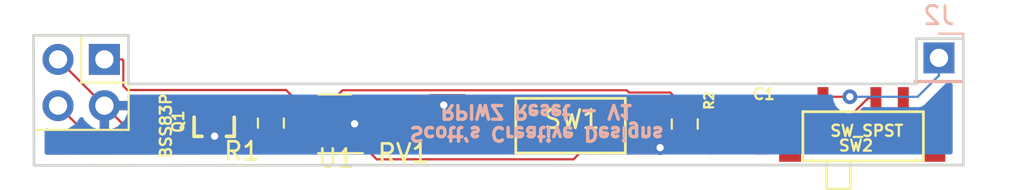
<source format=kicad_pcb>
(kicad_pcb (version 20171130) (host pcbnew "(5.0.1)-rc2")

  (general
    (thickness 1.6)
    (drawings 11)
    (tracks 82)
    (zones 0)
    (modules 10)
    (nets 8)
  )

  (page A4)
  (layers
    (0 F.Cu signal)
    (31 B.Cu signal)
    (32 B.Adhes user)
    (33 F.Adhes user)
    (34 B.Paste user)
    (35 F.Paste user)
    (36 B.SilkS user)
    (37 F.SilkS user)
    (38 B.Mask user)
    (39 F.Mask user)
    (40 Dwgs.User user)
    (41 Cmts.User user)
    (42 Eco1.User user)
    (43 Eco2.User user)
    (44 Edge.Cuts user)
    (45 Margin user)
    (46 B.CrtYd user)
    (47 F.CrtYd user)
    (48 B.Fab user)
    (49 F.Fab user)
  )

  (setup
    (last_trace_width 0.12)
    (trace_clearance 0.15)
    (zone_clearance 0.508)
    (zone_45_only no)
    (trace_min 0.1)
    (segment_width 0.2)
    (edge_width 0.15)
    (via_size 0.8)
    (via_drill 0.4)
    (via_min_size 0.4)
    (via_min_drill 0.3)
    (uvia_size 0.3)
    (uvia_drill 0.1)
    (uvias_allowed no)
    (uvia_min_size 0.2)
    (uvia_min_drill 0.1)
    (pcb_text_width 0.3)
    (pcb_text_size 1.5 1.5)
    (mod_edge_width 0.15)
    (mod_text_size 1 1)
    (mod_text_width 0.15)
    (pad_size 1.524 1.524)
    (pad_drill 0.762)
    (pad_to_mask_clearance 0.051)
    (solder_mask_min_width 0.25)
    (aux_axis_origin 0 0)
    (visible_elements 7FFFFFFF)
    (pcbplotparams
      (layerselection 0x010fc_ffffffff)
      (usegerberextensions false)
      (usegerberattributes false)
      (usegerberadvancedattributes false)
      (creategerberjobfile false)
      (excludeedgelayer true)
      (linewidth 0.100000)
      (plotframeref false)
      (viasonmask false)
      (mode 1)
      (useauxorigin false)
      (hpglpennumber 1)
      (hpglpenspeed 20)
      (hpglpendiameter 15.000000)
      (psnegative false)
      (psa4output false)
      (plotreference true)
      (plotvalue true)
      (plotinvisibletext false)
      (padsonsilk false)
      (subtractmaskfromsilk false)
      (outputformat 1)
      (mirror false)
      (drillshape 0)
      (scaleselection 1)
      (outputdirectory "Gerber/"))
  )

  (net 0 "")
  (net 1 GND)
  (net 2 +5V)
  (net 3 /GPIO26)
  (net 4 /RUN)
  (net 5 "Net-(RV1-Pad1)")
  (net 6 "Net-(J2-Pad1)")
  (net 7 "Net-(Q1-Pad1)")

  (net_class Default "This is the default net class."
    (clearance 0.15)
    (trace_width 0.12)
    (via_dia 0.8)
    (via_drill 0.4)
    (uvia_dia 0.3)
    (uvia_drill 0.1)
    (add_net +5V)
    (add_net /GPIO26)
    (add_net /RUN)
    (add_net GND)
    (add_net "Net-(J2-Pad1)")
    (add_net "Net-(Q1-Pad1)")
    (add_net "Net-(RV1-Pad1)")
  )

  (module CustomFP:Bourns_TC33X-2 (layer F.Cu) (tedit 5C1B6C66) (tstamp 5BF50EE8)
    (at 240.13668 41.99636 90)
    (path /5BF4D368)
    (fp_text reference RV1 (at -1.651 0.1905 -180) (layer F.SilkS)
      (effects (font (size 1 1) (thickness 0.15)))
    )
    (fp_text value R_POT (at 0 -4.8 90) (layer F.Fab)
      (effects (font (size 1 1) (thickness 0.15)))
    )
    (pad 1 smd rect (at 0 -0.1 90) (size 1.6 2.2) (layers F.Cu F.Paste F.Mask)
      (net 5 "Net-(RV1-Pad1)"))
    (pad 2 smd rect (at 1 2.6 90) (size 1.2 2) (layers F.Cu F.Paste F.Mask)
      (net 1 GND))
    (pad 3 smd rect (at -1 2.6 90) (size 1.2 2) (layers F.Cu F.Paste F.Mask))
  )

  (module CustomFP:SOT323 (layer F.Cu) (tedit 5C1B6BEE) (tstamp 5C1127A5)
    (at 229.96398 42.01668 180)
    (path /5BF5049E)
    (attr smd)
    (fp_text reference Q1 (at 1.9685 0.10922 270) (layer F.SilkS)
      (effects (font (size 0.6096 0.6096) (thickness 0.127)))
    )
    (fp_text value BSS83P (at 2.64414 -0.12446 270) (layer F.SilkS)
      (effects (font (size 0.6096 0.6096) (thickness 0.127)))
    )
    (fp_line (start 1.09982 -0.6985) (end 1.09982 0.35306) (layer F.SilkS) (width 0.2032))
    (fp_line (start 0.67056 -0.6985) (end 1.09982 -0.6985) (layer F.SilkS) (width 0.2032))
    (fp_line (start -1.09982 -0.6985) (end -1.09982 0.35306) (layer F.SilkS) (width 0.2032))
    (fp_line (start -0.67056 -0.6985) (end -1.09982 -0.6985) (layer F.SilkS) (width 0.2032))
    (fp_line (start -1.12014 -0.6604) (end 1.12014 -0.6604) (layer Dwgs.User) (width 0.1524))
    (fp_line (start -1.12014 0.6604) (end -1.12014 -0.6604) (layer Dwgs.User) (width 0.1524))
    (fp_line (start 1.12014 0.6604) (end -1.12014 0.6604) (layer Dwgs.User) (width 0.1524))
    (fp_line (start 1.12014 -0.6604) (end 1.12014 0.6604) (layer Dwgs.User) (width 0.1524))
    (pad 3 smd rect (at 0 -0.92456 180) (size 0.6985 1) (layers F.Cu F.Paste F.Mask)
      (net 1 GND) (solder_mask_margin 0.1016))
    (pad 2 smd rect (at 0.6477 0.92456 180) (size 0.6985 1) (layers F.Cu F.Paste F.Mask)
      (net 4 /RUN) (solder_mask_margin 0.1016))
    (pad 1 smd rect (at -0.6477 0.92456 180) (size 0.6985 1) (layers F.Cu F.Paste F.Mask)
      (net 7 "Net-(Q1-Pad1)") (solder_mask_margin 0.1016))
  )

  (module EbayParts:Tact_SMD_Switch (layer F.Cu) (tedit 5C1B3FE6) (tstamp 5C1127F2)
    (at 246.48212 43.62844)
    (path /5BF4F7ED)
    (fp_text reference SW1 (at 3.0734 -1.84404) (layer F.SilkS)
      (effects (font (size 1 1) (thickness 0.15)))
    )
    (fp_text value SW_Push (at 3 -5) (layer F.Fab)
      (effects (font (size 1 1) (thickness 0.15)))
    )
    (fp_line (start 0 -3) (end 0 0) (layer F.SilkS) (width 0.15))
    (fp_line (start 6 -3) (end 0 -3) (layer F.SilkS) (width 0.15))
    (fp_line (start 6 0) (end 6 -3) (layer F.SilkS) (width 0.15))
    (fp_line (start 0 0) (end 6 0) (layer F.SilkS) (width 0.15))
    (pad 1 smd rect (at -0.7 -1.5) (size 1.5 1.5) (layers F.Cu F.Paste F.Mask)
      (net 5 "Net-(RV1-Pad1)"))
    (pad 2 smd rect (at 6.7 -1.5) (size 1.5 1.5) (layers F.Cu F.Paste F.Mask)
      (net 2 +5V))
  )

  (module Connector_PinHeader_2.54mm:PinHeader_2x02_P2.54mm_Vertical (layer F.Cu) (tedit 5BF4E187) (tstamp 5C11F43C)
    (at 223.9518 38.49116 270)
    (descr "Through hole straight pin header, 2x02, 2.54mm pitch, double rows")
    (tags "Through hole pin header THT 2x02 2.54mm double row")
    (path /5BF58F0D)
    (fp_text reference J1 (at 1.27 -2.33 270) (layer F.SilkS) hide
      (effects (font (size 1 1) (thickness 0.15)))
    )
    (fp_text value RPI_Conn (at 1.27 4.87 270) (layer F.Fab)
      (effects (font (size 1 1) (thickness 0.15)))
    )
    (fp_line (start 0 -1.27) (end 3.81 -1.27) (layer F.Fab) (width 0.1))
    (fp_line (start 3.81 -1.27) (end 3.81 3.81) (layer F.Fab) (width 0.1))
    (fp_line (start 3.81 3.81) (end -1.27 3.81) (layer F.Fab) (width 0.1))
    (fp_line (start -1.27 3.81) (end -1.27 0) (layer F.Fab) (width 0.1))
    (fp_line (start -1.27 0) (end 0 -1.27) (layer F.Fab) (width 0.1))
    (fp_line (start -1.33 3.87) (end 3.87 3.87) (layer F.SilkS) (width 0.12))
    (fp_line (start -1.33 1.27) (end -1.33 3.87) (layer F.SilkS) (width 0.12))
    (fp_line (start 3.87 -1.33) (end 3.87 3.87) (layer F.SilkS) (width 0.12))
    (fp_line (start -1.33 1.27) (end 1.27 1.27) (layer F.SilkS) (width 0.12))
    (fp_line (start 1.27 1.27) (end 1.27 -1.33) (layer F.SilkS) (width 0.12))
    (fp_line (start 1.27 -1.33) (end 3.87 -1.33) (layer F.SilkS) (width 0.12))
    (fp_line (start -1.33 0) (end -1.33 -1.33) (layer F.SilkS) (width 0.12))
    (fp_line (start -1.33 -1.33) (end 0 -1.33) (layer F.SilkS) (width 0.12))
    (fp_line (start -1.8 -1.8) (end -1.8 4.35) (layer F.CrtYd) (width 0.05))
    (fp_line (start -1.8 4.35) (end 4.35 4.35) (layer F.CrtYd) (width 0.05))
    (fp_line (start 4.35 4.35) (end 4.35 -1.8) (layer F.CrtYd) (width 0.05))
    (fp_line (start 4.35 -1.8) (end -1.8 -1.8) (layer F.CrtYd) (width 0.05))
    (fp_text user %R (at 1.27 1.27) (layer F.Fab)
      (effects (font (size 1 1) (thickness 0.15)))
    )
    (pad 1 thru_hole rect (at 0 0 270) (size 1.7 1.7) (drill 1) (layers *.Cu *.Mask)
      (net 3 /GPIO26))
    (pad 2 thru_hole oval (at 2.54 0 270) (size 1.7 1.7) (drill 1) (layers *.Cu *.Mask)
      (net 1 GND))
    (pad 3 thru_hole oval (at 0 2.54 270) (size 1.7 1.7) (drill 1) (layers *.Cu *.Mask)
      (net 1 GND))
    (pad 4 thru_hole oval (at 2.54 2.54 270) (size 1.7 1.7) (drill 1) (layers *.Cu *.Mask)
      (net 4 /RUN))
    (model ${KISYS3DMOD}/Connector_PinHeader_2.54mm.3dshapes/PinHeader_2x02_P2.54mm_Vertical.wrl
      (at (xyz 0 0 0))
      (scale (xyz 1 1 1))
      (rotate (xyz 0 0 0))
    )
  )

  (module Capacitors:0805 (layer F.Cu) (tedit 5BF4E046) (tstamp 5C3941A3)
    (at 258.43992 42.10304 90)
    (descr "GENERIC 2012 (0805) PACKAGE")
    (tags "GENERIC 2012 (0805) PACKAGE")
    (path /5BF4DE0C)
    (attr smd)
    (fp_text reference C1 (at 1.70688 1.63068 180) (layer F.SilkS)
      (effects (font (size 0.6096 0.6096) (thickness 0.127)))
    )
    (fp_text value C_Small (at 0 1.27 90) (layer F.SilkS) hide
      (effects (font (size 0.6096 0.6096) (thickness 0.127)))
    )
    (fp_line (start -1.4986 0.79756) (end -1.4986 -0.79756) (layer F.CrtYd) (width 0.0508))
    (fp_line (start 1.4986 0.79756) (end -1.4986 0.79756) (layer F.CrtYd) (width 0.0508))
    (fp_line (start 1.4986 -0.79756) (end 1.4986 0.79756) (layer F.CrtYd) (width 0.0508))
    (fp_line (start -1.4986 -0.79756) (end 1.4986 -0.79756) (layer F.CrtYd) (width 0.0508))
    (pad 2 smd rect (at 0.89916 0 90) (size 0.79756 1.19888) (layers F.Cu F.Paste F.Mask)
      (net 2 +5V) (solder_mask_margin 0.1016))
    (pad 1 smd rect (at -0.89916 0 90) (size 0.79756 1.19888) (layers F.Cu F.Paste F.Mask)
      (net 1 GND) (solder_mask_margin 0.1016))
  )

  (module Resistor_SMD:R_0805_2012Metric (layer F.Cu) (tedit 5B36C52B) (tstamp 5BF4E13F)
    (at 233.0704 41.98898 270)
    (descr "Resistor SMD 0805 (2012 Metric), square (rectangular) end terminal, IPC_7351 nominal, (Body size source: https://docs.google.com/spreadsheets/d/1BsfQQcO9C6DZCsRaXUlFlo91Tg2WpOkGARC1WS5S8t0/edit?usp=sharing), generated with kicad-footprint-generator")
    (tags resistor)
    (path /5BF4DBBF)
    (attr smd)
    (fp_text reference R1 (at 1.54154 1.5875) (layer F.SilkS)
      (effects (font (size 1 1) (thickness 0.15)))
    )
    (fp_text value R (at 0 1.65 270) (layer F.Fab)
      (effects (font (size 1 1) (thickness 0.15)))
    )
    (fp_text user %R (at 0 0 270) (layer F.Fab)
      (effects (font (size 0.5 0.5) (thickness 0.08)))
    )
    (fp_line (start 1.68 0.95) (end -1.68 0.95) (layer F.CrtYd) (width 0.05))
    (fp_line (start 1.68 -0.95) (end 1.68 0.95) (layer F.CrtYd) (width 0.05))
    (fp_line (start -1.68 -0.95) (end 1.68 -0.95) (layer F.CrtYd) (width 0.05))
    (fp_line (start -1.68 0.95) (end -1.68 -0.95) (layer F.CrtYd) (width 0.05))
    (fp_line (start -0.258578 0.71) (end 0.258578 0.71) (layer F.SilkS) (width 0.12))
    (fp_line (start -0.258578 -0.71) (end 0.258578 -0.71) (layer F.SilkS) (width 0.12))
    (fp_line (start 1 0.6) (end -1 0.6) (layer F.Fab) (width 0.1))
    (fp_line (start 1 -0.6) (end 1 0.6) (layer F.Fab) (width 0.1))
    (fp_line (start -1 -0.6) (end 1 -0.6) (layer F.Fab) (width 0.1))
    (fp_line (start -1 0.6) (end -1 -0.6) (layer F.Fab) (width 0.1))
    (pad 2 smd roundrect (at 0.9375 0 270) (size 0.975 1.4) (layers F.Cu F.Paste F.Mask) (roundrect_rratio 0.25)
      (net 2 +5V))
    (pad 1 smd roundrect (at -0.9375 0 270) (size 0.975 1.4) (layers F.Cu F.Paste F.Mask) (roundrect_rratio 0.25)
      (net 7 "Net-(Q1-Pad1)"))
    (model ${KISYS3DMOD}/Resistor_SMD.3dshapes/R_0805_2012Metric.wrl
      (at (xyz 0 0 0))
      (scale (xyz 1 1 1))
      (rotate (xyz 0 0 0))
    )
  )

  (module Resistor_SMD:R_0805_2012Metric (layer F.Cu) (tedit 5BF4E19A) (tstamp 5BF4E150)
    (at 255.73736 42.03978 90)
    (descr "Resistor SMD 0805 (2012 Metric), square (rectangular) end terminal, IPC_7351 nominal, (Body size source: https://docs.google.com/spreadsheets/d/1BsfQQcO9C6DZCsRaXUlFlo91Tg2WpOkGARC1WS5S8t0/edit?usp=sharing), generated with kicad-footprint-generator")
    (tags resistor)
    (path /5BF4E00B)
    (attr smd)
    (fp_text reference R2 (at 1.285 1.3335 90) (layer F.SilkS)
      (effects (font (size 0.5 0.5) (thickness 0.125)))
    )
    (fp_text value R (at 0 1.65 90) (layer F.Fab)
      (effects (font (size 1 1) (thickness 0.15)))
    )
    (fp_text user %R (at 0 0 90) (layer F.Fab)
      (effects (font (size 0.5 0.5) (thickness 0.08)))
    )
    (fp_line (start 1.68 0.95) (end -1.68 0.95) (layer F.CrtYd) (width 0.05))
    (fp_line (start 1.68 -0.95) (end 1.68 0.95) (layer F.CrtYd) (width 0.05))
    (fp_line (start -1.68 -0.95) (end 1.68 -0.95) (layer F.CrtYd) (width 0.05))
    (fp_line (start -1.68 0.95) (end -1.68 -0.95) (layer F.CrtYd) (width 0.05))
    (fp_line (start -0.258578 0.71) (end 0.258578 0.71) (layer F.SilkS) (width 0.12))
    (fp_line (start -0.258578 -0.71) (end 0.258578 -0.71) (layer F.SilkS) (width 0.12))
    (fp_line (start 1 0.6) (end -1 0.6) (layer F.Fab) (width 0.1))
    (fp_line (start 1 -0.6) (end 1 0.6) (layer F.Fab) (width 0.1))
    (fp_line (start -1 -0.6) (end 1 -0.6) (layer F.Fab) (width 0.1))
    (fp_line (start -1 0.6) (end -1 -0.6) (layer F.Fab) (width 0.1))
    (pad 2 smd roundrect (at 0.9375 0 90) (size 0.975 1.4) (layers F.Cu F.Paste F.Mask) (roundrect_rratio 0.25)
      (net 3 /GPIO26))
    (pad 1 smd roundrect (at -0.9375 0 90) (size 0.975 1.4) (layers F.Cu F.Paste F.Mask) (roundrect_rratio 0.25)
      (net 1 GND))
    (model ${KISYS3DMOD}/Resistor_SMD.3dshapes/R_0805_2012Metric.wrl
      (at (xyz 0 0 0))
      (scale (xyz 1 1 1))
      (rotate (xyz 0 0 0))
    )
  )

  (module Package_TO_SOT_SMD:SOT-23-6 (layer F.Cu) (tedit 5A02FF57) (tstamp 5BF4E177)
    (at 236.55528 42.02684 180)
    (descr "6-pin SOT-23 package")
    (tags SOT-23-6)
    (path /5BF60E19)
    (attr smd)
    (fp_text reference U1 (at -0.09398 -1.89992) (layer F.SilkS)
      (effects (font (size 1 1) (thickness 0.15)))
    )
    (fp_text value TPL5111 (at 0 2.9 180) (layer F.Fab)
      (effects (font (size 1 1) (thickness 0.15)))
    )
    (fp_line (start 0.9 -1.55) (end 0.9 1.55) (layer F.Fab) (width 0.1))
    (fp_line (start 0.9 1.55) (end -0.9 1.55) (layer F.Fab) (width 0.1))
    (fp_line (start -0.9 -0.9) (end -0.9 1.55) (layer F.Fab) (width 0.1))
    (fp_line (start 0.9 -1.55) (end -0.25 -1.55) (layer F.Fab) (width 0.1))
    (fp_line (start -0.9 -0.9) (end -0.25 -1.55) (layer F.Fab) (width 0.1))
    (fp_line (start -1.9 -1.8) (end -1.9 1.8) (layer F.CrtYd) (width 0.05))
    (fp_line (start -1.9 1.8) (end 1.9 1.8) (layer F.CrtYd) (width 0.05))
    (fp_line (start 1.9 1.8) (end 1.9 -1.8) (layer F.CrtYd) (width 0.05))
    (fp_line (start 1.9 -1.8) (end -1.9 -1.8) (layer F.CrtYd) (width 0.05))
    (fp_line (start 0.9 -1.61) (end -1.55 -1.61) (layer F.SilkS) (width 0.12))
    (fp_line (start -0.9 1.61) (end 0.9 1.61) (layer F.SilkS) (width 0.12))
    (fp_text user %R (at 0 0 270) (layer F.Fab)
      (effects (font (size 0.5 0.5) (thickness 0.075)))
    )
    (pad 5 smd rect (at 1.1 0 180) (size 1.06 0.65) (layers F.Cu F.Paste F.Mask)
      (net 7 "Net-(Q1-Pad1)"))
    (pad 6 smd rect (at 1.1 -0.95 180) (size 1.06 0.65) (layers F.Cu F.Paste F.Mask)
      (net 2 +5V))
    (pad 4 smd rect (at 1.1 0.95 180) (size 1.06 0.65) (layers F.Cu F.Paste F.Mask)
      (net 3 /GPIO26))
    (pad 3 smd rect (at -1.1 0.95 180) (size 1.06 0.65) (layers F.Cu F.Paste F.Mask)
      (net 5 "Net-(RV1-Pad1)"))
    (pad 2 smd rect (at -1.1 0 180) (size 1.06 0.65) (layers F.Cu F.Paste F.Mask)
      (net 1 GND))
    (pad 1 smd rect (at -1.1 -0.95 180) (size 1.06 0.65) (layers F.Cu F.Paste F.Mask)
      (net 2 +5V))
    (model ${KISYS3DMOD}/Package_TO_SOT_SMD.3dshapes/SOT-23-6.wrl
      (at (xyz 0 0 0))
      (scale (xyz 1 1 1))
      (rotate (xyz 0 0 0))
    )
  )

  (module Connector_PinHeader_2.54mm:PinHeader_1x01_P2.54mm_Vertical (layer B.Cu) (tedit 59FED5CC) (tstamp 5C11F785)
    (at 269.6591 38.40734 180)
    (descr "Through hole straight pin header, 1x01, 2.54mm pitch, single row")
    (tags "Through hole pin header THT 1x01 2.54mm single row")
    (path /5BF4DFAA)
    (fp_text reference J2 (at 0 2.33 180) (layer B.SilkS)
      (effects (font (size 1 1) (thickness 0.15)) (justify mirror))
    )
    (fp_text value Conn_01x01 (at 0 -2.33 180) (layer B.Fab)
      (effects (font (size 1 1) (thickness 0.15)) (justify mirror))
    )
    (fp_line (start -0.635 1.27) (end 1.27 1.27) (layer B.Fab) (width 0.1))
    (fp_line (start 1.27 1.27) (end 1.27 -1.27) (layer B.Fab) (width 0.1))
    (fp_line (start 1.27 -1.27) (end -1.27 -1.27) (layer B.Fab) (width 0.1))
    (fp_line (start -1.27 -1.27) (end -1.27 0.635) (layer B.Fab) (width 0.1))
    (fp_line (start -1.27 0.635) (end -0.635 1.27) (layer B.Fab) (width 0.1))
    (fp_line (start -1.33 -1.33) (end 1.33 -1.33) (layer B.SilkS) (width 0.12))
    (fp_line (start -1.33 -1.27) (end -1.33 -1.33) (layer B.SilkS) (width 0.12))
    (fp_line (start 1.33 -1.27) (end 1.33 -1.33) (layer B.SilkS) (width 0.12))
    (fp_line (start -1.33 -1.27) (end 1.33 -1.27) (layer B.SilkS) (width 0.12))
    (fp_line (start -1.33 0) (end -1.33 1.33) (layer B.SilkS) (width 0.12))
    (fp_line (start -1.33 1.33) (end 0 1.33) (layer B.SilkS) (width 0.12))
    (fp_line (start -1.8 1.8) (end -1.8 -1.8) (layer B.CrtYd) (width 0.05))
    (fp_line (start -1.8 -1.8) (end 1.8 -1.8) (layer B.CrtYd) (width 0.05))
    (fp_line (start 1.8 -1.8) (end 1.8 1.8) (layer B.CrtYd) (width 0.05))
    (fp_line (start 1.8 1.8) (end -1.8 1.8) (layer B.CrtYd) (width 0.05))
    (fp_text user %R (at 0 0 90) (layer B.Fab)
      (effects (font (size 1 1) (thickness 0.15)) (justify mirror))
    )
    (pad 1 thru_hole rect (at 0 0 180) (size 1.7 1.7) (drill 1) (layers *.Cu *.Mask)
      (net 6 "Net-(J2-Pad1)"))
    (model ${KISYS3DMOD}/Connector_PinHeader_2.54mm.3dshapes/PinHeader_1x01_P2.54mm_Vertical.wrl
      (at (xyz 0 0 0))
      (scale (xyz 1 1 1))
      (rotate (xyz 0 0 0))
    )
  )

  (module CustomFP:SWITCH_SPDT_PTH (layer F.Cu) (tedit 5A74BBA0) (tstamp 5C1B8B7C)
    (at 265.5062 42.71264 90)
    (descr "SPDT PTH SLIDE SWITCH")
    (tags "SPDT PTH SLIDE SWITCH")
    (path /5BF4FC1D)
    (attr virtual)
    (fp_text reference SW2 (at -0.51308 -0.39116 180) (layer F.SilkS)
      (effects (font (size 0.6096 0.6096) (thickness 0.127)))
    )
    (fp_text value SW_SPST (at 0.3 0.2 180) (layer F.SilkS)
      (effects (font (size 0.6096 0.6096) (thickness 0.127)))
    )
    (fp_line (start -1.4 -0.7) (end -2.9 -0.7) (layer F.SilkS) (width 0.15))
    (fp_line (start -2.9 -0.7) (end -2.9 -2) (layer F.SilkS) (width 0.15))
    (fp_line (start -2.9 -2) (end -1.4 -2) (layer F.SilkS) (width 0.15))
    (fp_line (start 1.35 -3.3) (end -1.35 -3.3) (layer F.SilkS) (width 0.15))
    (fp_line (start 1.35 -3.3) (end 1.35 3.3) (layer F.SilkS) (width 0.15))
    (fp_line (start 1.35 3.3) (end -1.35 3.3) (layer F.SilkS) (width 0.15))
    (fp_line (start -1.35 -3.3) (end -1.35 3.3) (layer F.SilkS) (width 0.15))
    (pad "" smd rect (at 1.1 -4 180) (size 1.2 0.6) (layers F.Cu F.Paste F.Mask)
      (solder_mask_margin 0.1016))
    (pad "" smd rect (at -1.1 -4 180) (size 1.2 0.6) (layers F.Cu F.Paste F.Mask)
      (solder_mask_margin 0.1016))
    (pad "" smd rect (at 1.1 3.9 180) (size 1.2 0.6) (layers F.Cu F.Paste F.Mask)
      (solder_mask_margin 0.1016))
    (pad 3 smd rect (at 2.1 2.2 90) (size 1.2 0.6) (layers F.Cu F.Paste F.Mask)
      (solder_mask_margin 0.1016))
    (pad 2 smd rect (at 2.1 0.7 90) (size 1.2 0.6) (layers F.Cu F.Paste F.Mask)
      (net 2 +5V) (solder_mask_margin 0.1016))
    (pad "" smd rect (at -1.1 3.9 180) (size 1.2 0.6) (layers F.Cu F.Paste F.Mask)
      (solder_mask_margin 0.1016))
    (pad 1 smd rect (at 2.1 -2.2 90) (size 1.2 0.6) (layers F.Cu F.Paste F.Mask)
      (net 6 "Net-(J2-Pad1)") (solder_mask_margin 0.1016))
  )

  (gr_line (start 270.9926 41.56964) (end 270.9926 44.26712) (layer Edge.Cuts) (width 0.15))
  (gr_line (start 240.24844 44.2976) (end 271.00276 44.29252) (layer Edge.Cuts) (width 0.15))
  (gr_line (start 240.2586 44.2976) (end 220.10116 44.31284) (layer Edge.Cuts) (width 0.15))
  (gr_line (start 270.9926 37.34816) (end 270.9926 41.56456) (layer Edge.Cuts) (width 0.15))
  (gr_line (start 268.4272 37.34816) (end 270.9926 37.34816) (layer Edge.Cuts) (width 0.15))
  (gr_line (start 268.4272 39.83736) (end 268.4272 37.37356) (layer Edge.Cuts) (width 0.15))
  (gr_line (start 225.2726 39.83736) (end 268.4272 39.83736) (layer Edge.Cuts) (width 0.15))
  (gr_line (start 220.0656 37.17036) (end 220.09608 44.30776) (layer Edge.Cuts) (width 0.15))
  (gr_line (start 225.2726 37.17036) (end 220.0656 37.17036) (layer Edge.Cuts) (width 0.15))
  (gr_line (start 225.2726 37.17036) (end 225.2726 39.83736) (layer Edge.Cuts) (width 0.15))
  (gr_text "Scott's Creative Designs\nRPIWZ Reset - V1" (at 247.63476 41.96588 180) (layer B.SilkS)
    (effects (font (size 0.75 0.75) (thickness 0.1875)) (justify mirror))
  )

  (via (at 237.65528 42.02684) (size 0.8) (drill 0.4) (layers F.Cu B.Cu) (net 1) (status 30))
  (via (at 242.53668 40.99636) (size 0.8) (drill 0.4) (layers F.Cu B.Cu) (net 1) (status 30))
  (segment (start 237.65528 41.58184) (end 237.65528 42.02684) (width 0.12) (layer B.Cu) (net 1))
  (segment (start 238.24076 40.99636) (end 237.65528 41.58184) (width 0.12) (layer B.Cu) (net 1))
  (segment (start 242.53668 40.99636) (end 238.24076 40.99636) (width 0.12) (layer B.Cu) (net 1))
  (segment (start 242.53668 41.71636) (end 242.53668 40.99636) (width 0.12) (layer B.Cu) (net 1))
  (segment (start 243.90428 43.08396) (end 242.53668 41.71636) (width 0.12) (layer B.Cu) (net 1))
  (segment (start 254.48768 43.08396) (end 243.90428 43.08396) (width 0.12) (layer B.Cu) (net 1))
  (via (at 229.98684 42.70248) (size 0.8) (drill 0.4) (layers F.Cu B.Cu) (net 1) (status 30))
  (segment (start 230.66248 42.02684) (end 230.09352 42.5958) (width 0.12) (layer B.Cu) (net 1))
  (segment (start 237.65528 42.02684) (end 230.66248 42.02684) (width 0.12) (layer B.Cu) (net 1))
  (segment (start 225.86188 42.94124) (end 223.9518 41.03116) (width 0.12) (layer F.Cu) (net 1))
  (segment (start 229.96398 42.94124) (end 225.86188 42.94124) (width 0.12) (layer F.Cu) (net 1))
  (via (at 254.38608 43.33748) (size 0.8) (drill 0.4) (layers F.Cu B.Cu) (net 1))
  (segment (start 254.48768 43.08396) (end 254.48768 43.23588) (width 0.12) (layer B.Cu) (net 1))
  (segment (start 254.48768 43.23588) (end 254.38608 43.33748) (width 0.12) (layer B.Cu) (net 1))
  (segment (start 255.37716 43.33748) (end 255.73736 42.97728) (width 0.12) (layer F.Cu) (net 1))
  (segment (start 254.38608 43.33748) (end 255.37716 43.33748) (width 0.12) (layer F.Cu) (net 1))
  (segment (start 258.415 42.97728) (end 258.43992 43.0022) (width 0.12) (layer F.Cu) (net 1))
  (segment (start 255.73736 42.97728) (end 258.415 42.97728) (width 0.12) (layer F.Cu) (net 1))
  (segment (start 222.261799 39.341159) (end 223.9518 41.03116) (width 0.12) (layer F.Cu) (net 1))
  (segment (start 221.4118 38.49116) (end 222.261799 39.341159) (width 0.12) (layer F.Cu) (net 1))
  (segment (start 237.65528 42.97684) (end 235.45528 42.97684) (width 0.12) (layer F.Cu) (net 2) (status 30))
  (segment (start 235.40492 42.92648) (end 235.45528 42.97684) (width 0.12) (layer F.Cu) (net 2) (status 30))
  (segment (start 233.0704 42.92648) (end 235.40492 42.92648) (width 0.12) (layer F.Cu) (net 2) (status 30))
  (segment (start 237.86028 42.97684) (end 238.861 43.97756) (width 0.12) (layer F.Cu) (net 2))
  (segment (start 237.65528 42.97684) (end 237.86028 42.97684) (width 0.12) (layer F.Cu) (net 2))
  (segment (start 249.6432 43.97756) (end 251.49372 42.12704) (width 0.12) (layer F.Cu) (net 2))
  (segment (start 238.861 43.97756) (end 249.6432 43.97756) (width 0.12) (layer F.Cu) (net 2))
  (segment (start 252.28436 42.12844) (end 253.18212 42.12844) (width 0.12) (layer F.Cu) (net 2))
  (segment (start 252.28296 42.12704) (end 252.28436 42.12844) (width 0.12) (layer F.Cu) (net 2))
  (segment (start 252.28296 42.12704) (end 252.36372 42.12704) (width 0.12) (layer F.Cu) (net 2))
  (segment (start 251.49372 42.12704) (end 252.28296 42.12704) (width 0.12) (layer F.Cu) (net 2))
  (segment (start 257.72048 41.20388) (end 258.43992 41.20388) (width 0.12) (layer F.Cu) (net 2))
  (segment (start 257.12457 41.79979) (end 257.72048 41.20388) (width 0.12) (layer F.Cu) (net 2))
  (segment (start 254.38077 41.79979) (end 257.12457 41.79979) (width 0.12) (layer F.Cu) (net 2))
  (segment (start 254.05212 42.12844) (end 254.38077 41.79979) (width 0.12) (layer F.Cu) (net 2))
  (segment (start 253.18212 42.12844) (end 254.05212 42.12844) (width 0.12) (layer F.Cu) (net 2))
  (segment (start 259.819438 41.20388) (end 260.91896 42.303402) (width 0.12) (layer F.Cu) (net 2))
  (segment (start 258.43992 41.20388) (end 259.819438 41.20388) (width 0.12) (layer F.Cu) (net 2))
  (segment (start 265.7862 40.61264) (end 266.2062 40.61264) (width 0.12) (layer F.Cu) (net 2))
  (segment (start 264.095438 42.303402) (end 265.7862 40.61264) (width 0.12) (layer F.Cu) (net 2))
  (segment (start 260.91896 42.303402) (end 264.095438 42.303402) (width 0.12) (layer F.Cu) (net 2))
  (segment (start 255.73736 41.10228) (end 254.94488 40.3098) (width 0.12) (layer F.Cu) (net 3))
  (segment (start 236.10528 41.07684) (end 235.45528 41.07684) (width 0.12) (layer F.Cu) (net 3))
  (segment (start 236.995761 40.186359) (end 236.10528 41.07684) (width 0.12) (layer F.Cu) (net 3))
  (segment (start 252.555759 40.186359) (end 236.995761 40.186359) (width 0.12) (layer F.Cu) (net 3))
  (segment (start 252.6792 40.3098) (end 252.555759 40.186359) (width 0.12) (layer F.Cu) (net 3))
  (segment (start 254.94488 40.3098) (end 252.6792 40.3098) (width 0.12) (layer F.Cu) (net 3))
  (segment (start 224.98759 39.955415) (end 225.204815 40.17264) (width 0.12) (layer F.Cu) (net 3))
  (segment (start 224.98759 38.55695) (end 224.98759 39.955415) (width 0.12) (layer F.Cu) (net 3))
  (segment (start 223.9518 38.49116) (end 224.9218 38.49116) (width 0.12) (layer F.Cu) (net 3))
  (segment (start 224.9218 38.49116) (end 224.98759 38.55695) (width 0.12) (layer F.Cu) (net 3))
  (segment (start 234.80528 41.07684) (end 235.45528 41.07684) (width 0.12) (layer F.Cu) (net 3))
  (segment (start 233.90108 40.17264) (end 234.80528 41.07684) (width 0.12) (layer F.Cu) (net 3))
  (segment (start 225.204815 40.17264) (end 233.90108 40.17264) (width 0.12) (layer F.Cu) (net 3))
  (segment (start 224.031881 43.651241) (end 231.110719 43.651241) (width 0.12) (layer F.Cu) (net 4))
  (segment (start 221.4118 41.03116) (end 224.031881 43.651241) (width 0.12) (layer F.Cu) (net 4))
  (segment (start 231.110719 43.651241) (end 231.35844 43.40352) (width 0.12) (layer F.Cu) (net 4))
  (segment (start 229.31628 41.24287) (end 229.31628 41.09212) (width 0.12) (layer F.Cu) (net 4))
  (segment (start 229.78553 41.71212) (end 229.31628 41.24287) (width 0.12) (layer F.Cu) (net 4))
  (segment (start 229.93628 41.71212) (end 229.78553 41.71212) (width 0.12) (layer F.Cu) (net 4))
  (segment (start 231.35844 43.13428) (end 229.93628 41.71212) (width 0.12) (layer F.Cu) (net 4))
  (segment (start 231.35844 43.40352) (end 231.35844 43.13428) (width 0.12) (layer F.Cu) (net 4))
  (segment (start 238.34716 41.07684) (end 237.65528 41.07684) (width 0.12) (layer F.Cu) (net 5) (status 20))
  (segment (start 239.26668 41.99636) (end 238.34716 41.07684) (width 0.12) (layer F.Cu) (net 5))
  (segment (start 240.13668 41.99636) (end 239.26668 41.99636) (width 0.12) (layer F.Cu) (net 5) (status 10))
  (segment (start 244.39317 42.12704) (end 244.16089 41.89476) (width 0.12) (layer F.Cu) (net 5))
  (segment (start 245.66372 42.12704) (end 244.39317 42.12704) (width 0.12) (layer F.Cu) (net 5) (status 10))
  (segment (start 241.00668 41.99636) (end 240.13668 41.99636) (width 0.12) (layer F.Cu) (net 5) (status 20))
  (segment (start 241.10828 41.89476) (end 241.00668 41.99636) (width 0.12) (layer F.Cu) (net 5))
  (segment (start 244.16089 41.89476) (end 241.10828 41.89476) (width 0.12) (layer F.Cu) (net 5))
  (via (at 264.77976 40.54348) (size 0.8) (drill 0.4) (layers F.Cu B.Cu) (net 6))
  (segment (start 268.49296 40.54348) (end 264.77976 40.54348) (width 0.12) (layer B.Cu) (net 6))
  (segment (start 269.6591 38.40734) (end 269.6591 39.37734) (width 0.12) (layer B.Cu) (net 6))
  (segment (start 269.6591 39.37734) (end 268.49296 40.54348) (width 0.12) (layer B.Cu) (net 6))
  (segment (start 263.37536 40.54348) (end 263.3062 40.61264) (width 0.12) (layer F.Cu) (net 6))
  (segment (start 264.77976 40.54348) (end 263.37536 40.54348) (width 0.12) (layer F.Cu) (net 6))
  (segment (start 234.04576 42.02684) (end 233.0704 41.05148) (width 0.12) (layer F.Cu) (net 7) (status 20))
  (segment (start 235.45528 42.02684) (end 234.04576 42.02684) (width 0.12) (layer F.Cu) (net 7) (status 10))
  (segment (start 230.83266 41.05148) (end 230.63454 40.85336) (width 0.12) (layer F.Cu) (net 7) (status 30))
  (segment (start 233.0704 41.05148) (end 230.83266 41.05148) (width 0.12) (layer F.Cu) (net 7) (status 30))

  (zone (net 1) (net_name GND) (layer F.Cu) (tstamp 0) (hatch edge 0.508)
    (connect_pads (clearance 0.508))
    (min_thickness 0.254)
    (fill yes (arc_segments 16) (thermal_gap 0.508) (thermal_bridge_width 0.508))
    (polygon
      (pts
        (xy 225.28784 39.79672) (xy 225.22688 37.23132) (xy 220.091 37.17036) (xy 220.25356 44.323) (xy 271.06372 44.2722)
        (xy 270.91132 37.41928) (xy 268.48308 37.42436) (xy 268.47292 39.89832) (xy 225.28276 39.90848) (xy 225.28276 39.79164)
      )
    )
    (filled_polygon
      (pts
        (xy 251.78468 42.87844) (xy 251.833963 43.126205) (xy 251.974311 43.336249) (xy 252.184355 43.476597) (xy 252.43212 43.52588)
        (xy 253.93212 43.52588) (xy 254.179885 43.476597) (xy 254.389929 43.336249) (xy 254.40236 43.317645) (xy 254.40236 43.585263)
        (xy 251.017816 43.585822) (xy 251.781599 42.82204) (xy 251.78468 42.82204)
      )
    )
    (filled_polygon
      (pts
        (xy 260.379122 42.746442) (xy 260.417894 42.804468) (xy 260.620489 42.939838) (xy 260.448391 43.054831) (xy 260.308043 43.264875)
        (xy 260.25876 43.51264) (xy 260.25876 43.584295) (xy 259.650706 43.584396) (xy 259.67436 43.527289) (xy 259.67436 43.28795)
        (xy 259.51561 43.1292) (xy 258.56692 43.1292) (xy 258.56692 43.1492) (xy 258.31292 43.1492) (xy 258.31292 43.1292)
        (xy 257.36423 43.1292) (xy 257.20548 43.28795) (xy 257.20548 43.527289) (xy 257.2293 43.584796) (xy 257.07236 43.584822)
        (xy 257.07236 43.26303) (xy 256.91361 43.10428) (xy 255.86436 43.10428) (xy 255.86436 43.12428) (xy 255.61036 43.12428)
        (xy 255.61036 43.10428) (xy 255.59036 43.10428) (xy 255.59036 42.85028) (xy 255.61036 42.85028) (xy 255.61036 42.83028)
        (xy 255.86436 42.83028) (xy 255.86436 42.85028) (xy 256.91361 42.85028) (xy 257.07236 42.69153) (xy 257.07236 42.498019)
        (xy 257.12457 42.508404) (xy 257.193012 42.49479) (xy 257.193017 42.49479) (xy 257.20548 42.492311) (xy 257.20548 42.71645)
        (xy 257.36423 42.8752) (xy 258.31292 42.8752) (xy 258.31292 42.8552) (xy 258.56692 42.8552) (xy 258.56692 42.8752)
        (xy 259.51561 42.8752) (xy 259.67436 42.71645) (xy 259.67436 42.477111) (xy 259.577687 42.243722) (xy 259.435585 42.101619)
        (xy 259.497169 42.060469) (xy 259.575668 41.942987)
      )
    )
    (filled_polygon
      (pts
        (xy 254.512339 43.153051) (xy 254.530277 43.126205) (xy 254.534638 43.104282) (xy 254.561108 43.104282)
      )
    )
    (filled_polygon
      (pts
        (xy 228.31959 41.59212) (xy 228.368873 41.839885) (xy 228.509221 42.049929) (xy 228.719265 42.190277) (xy 228.96703 42.23956)
        (xy 229.010949 42.23956) (xy 228.97973 42.31493) (xy 228.97973 42.65549) (xy 229.13848 42.81424) (xy 229.83698 42.81424)
        (xy 229.83698 42.79424) (xy 230.035522 42.79424) (xy 230.11098 42.869698) (xy 230.11098 42.956241) (xy 224.319759 42.956241)
        (xy 223.752819 42.389302) (xy 223.8248 42.351315) (xy 223.8248 41.15816) (xy 224.0788 41.15816) (xy 224.0788 42.351315)
        (xy 224.30869 42.472636) (xy 224.718724 42.302805) (xy 225.146983 41.912518) (xy 225.393286 41.388052) (xy 225.272619 41.15816)
        (xy 224.0788 41.15816) (xy 223.8248 41.15816) (xy 223.8048 41.15816) (xy 223.8048 40.90416) (xy 223.8248 40.90416)
        (xy 223.8248 40.88416) (xy 224.0788 40.88416) (xy 224.0788 40.90416) (xy 225.272619 40.90416) (xy 225.291788 40.86764)
        (xy 228.31959 40.86764)
      )
    )
    (filled_polygon
      (pts
        (xy 244.574311 40.920631) (xy 244.433963 41.130675) (xy 244.412956 41.236284) (xy 244.304226 41.214656) (xy 244.21293 41.12336)
        (xy 242.86368 41.12336) (xy 242.86368 41.14336) (xy 242.60968 41.14336) (xy 242.60968 41.12336) (xy 242.58968 41.12336)
        (xy 242.58968 40.881359) (xy 244.633085 40.881359)
      )
    )
    (filled_polygon
      (pts
        (xy 221.5388 38.36416) (xy 221.5588 38.36416) (xy 221.5588 38.61816) (xy 221.5388 38.61816) (xy 221.5388 38.63816)
        (xy 221.2848 38.63816) (xy 221.2848 38.61816) (xy 221.2648 38.61816) (xy 221.2648 38.36416) (xy 221.2848 38.36416)
        (xy 221.2848 38.34416) (xy 221.5388 38.34416)
      )
    )
  )
  (zone (net 1) (net_name GND) (layer B.Cu) (tstamp 5C120671) (hatch edge 0.508)
    (connect_pads (clearance 0.508))
    (min_thickness 0.254)
    (fill yes (arc_segments 16) (thermal_gap 0.508) (thermal_bridge_width 0.508))
    (polygon
      (pts
        (xy 225.28784 39.79672) (xy 225.22688 37.23132) (xy 220.091 37.17036) (xy 220.36024 44.2722) (xy 271.1704 44.2214)
        (xy 270.91132 37.41928) (xy 268.48308 37.42436) (xy 268.47292 39.89832) (xy 225.28276 39.90848) (xy 225.28276 39.79164)
      )
    )
    (filled_polygon
      (pts
        (xy 270.282601 41.49971) (xy 270.2826 41.499715) (xy 270.282601 43.582639) (xy 240.328187 43.587587) (xy 240.327989 43.587548)
        (xy 240.261494 43.587598) (xy 240.178397 43.587612) (xy 240.178149 43.587661) (xy 220.803074 43.60231) (xy 220.797969 42.407005)
        (xy 220.832382 42.429999) (xy 221.265544 42.51616) (xy 221.558056 42.51616) (xy 221.991218 42.429999) (xy 222.482425 42.101785)
        (xy 222.695643 41.782682) (xy 222.756617 41.912518) (xy 223.184876 42.302805) (xy 223.59491 42.472636) (xy 223.8248 42.351315)
        (xy 223.8248 41.15816) (xy 224.0788 41.15816) (xy 224.0788 42.351315) (xy 224.30869 42.472636) (xy 224.718724 42.302805)
        (xy 225.146983 41.912518) (xy 225.393286 41.388052) (xy 225.272619 41.15816) (xy 224.0788 41.15816) (xy 223.8248 41.15816)
        (xy 223.8048 41.15816) (xy 223.8048 40.90416) (xy 223.8248 40.90416) (xy 223.8248 40.88416) (xy 224.0788 40.88416)
        (xy 224.0788 40.90416) (xy 225.272619 40.90416) (xy 225.393286 40.674268) (xy 225.334442 40.548968) (xy 225.342526 40.54736)
        (xy 263.74476 40.54736) (xy 263.74476 40.749354) (xy 263.902329 41.12976) (xy 264.19348 41.420911) (xy 264.573886 41.57848)
        (xy 264.985634 41.57848) (xy 265.36604 41.420911) (xy 265.548471 41.23848) (xy 268.424518 41.23848) (xy 268.49296 41.252094)
        (xy 268.561402 41.23848) (xy 268.561407 41.23848) (xy 268.764135 41.198155) (xy 268.994026 41.044546) (xy 269.0328 40.986517)
        (xy 270.10214 39.917178) (xy 270.120695 39.90478) (xy 270.282601 39.90478)
      )
    )
    (filled_polygon
      (pts
        (xy 221.5388 38.36416) (xy 221.5588 38.36416) (xy 221.5588 38.61816) (xy 221.5388 38.61816) (xy 221.5388 38.63816)
        (xy 221.2848 38.63816) (xy 221.2848 38.61816) (xy 221.2648 38.61816) (xy 221.2648 38.36416) (xy 221.2848 38.36416)
        (xy 221.2848 38.34416) (xy 221.5388 38.34416)
      )
    )
  )
)

</source>
